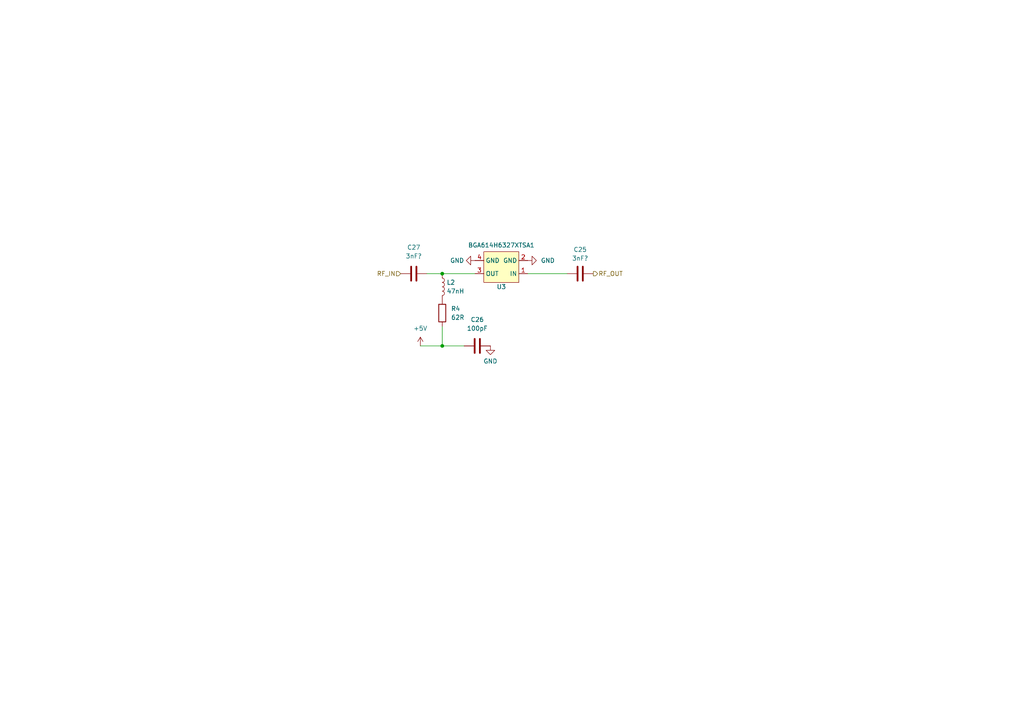
<source format=kicad_sch>
(kicad_sch (version 20230121) (generator eeschema)
  (paper "A4")
  (lib_symbols
    (symbol "BGA614H6327XTSA1:BGA614H6327XTSA1"
      (property "Reference" "U" (at 0 7.62 0))
      (property "Value" "BGA614H6327XTSA1" (at 0 5.08 0))
      (symbol "BGA614H6327XTSA1_1_1"
        (rectangle (start -5.08 3.81) (end 5.08 -5.08) (fill (type background)))
        (pin input line (at -7.62 1.27 0) (length 2.54) (name "IN") (number "1"))
        (pin power_in line (at -7.62 -2.54 0) (length 2.54) (name "GND") (number "2"))
        (pin output line (at 7.62 1.27 180) (length 2.54) (name "OUT") (number "3"))
        (pin power_in line (at 7.62 -2.54 180) (length 2.54) (name "GND") (number "4"))
      )
    )
    (symbol "Device:C" (pin_numbers hide) (pin_names (offset 0.254))
      (property "Reference" "C" (at 0.635 2.54 0))
      (property "Value" "C" (at 0.635 -2.54 0))
      (symbol "C_0_1"
        (polyline (pts (xy -2.032 -0.762) (xy 2.032 -0.762)) (stroke (width 0.508)))
        (polyline (pts (xy -2.032 0.762) (xy 2.032 0.762)) (stroke (width 0.508)))
      )
      (symbol "C_1_1"
        (pin passive line (at 0 3.81 270) (length 2.794) (name "~") (number "1"))
        (pin passive line (at 0 -3.81 90) (length 2.794) (name "~") (number "2"))
      )
    )
    (symbol "Device:L" (pin_numbers hide) (pin_names (offset 1.016) hide)
      (property "Reference" "L" (at -1.27 0 90))
      (property "Value" "L" (at 1.905 0 90))
      (symbol "L_0_1"
        (arc (start 0 -2.54) (mid 0.6323 -1.905) (end 0 -1.27))
        (arc (start 0 -1.27) (mid 0.6323 -0.635) (end 0 0))
        (arc (start 0 0) (mid 0.6323 0.635) (end 0 1.27))
        (arc (start 0 1.27) (mid 0.6323 1.905) (end 0 2.54))
      )
      (symbol "L_1_1"
        (pin passive line (at 0 3.81 270) (length 1.27) (name "1") (number "1"))
        (pin passive line (at 0 -3.81 90) (length 1.27) (name "2") (number "2"))
      )
    )
    (symbol "Device:R" (pin_numbers hide) (pin_names (offset 0))
      (property "Reference" "R" (at 2.032 0 90))
      (property "Value" "R" (at 0 0 90))
      (symbol "R_0_1"
        (rectangle (start -1.016 -2.54) (end 1.016 2.54) (stroke (width 0.254)))
      )
      (symbol "R_1_1"
        (pin passive line (at 0 3.81 270) (length 1.27) (name "~") (number "1"))
        (pin passive line (at 0 -3.81 90) (length 1.27) (name "~") (number "2"))
      )
    )
    (symbol "power:+5V" (power) (pin_names (offset 0))
      (property "Value" "+5V" (at 0 3.556 0))
      (symbol "+5V_0_1"
        (polyline (pts (xy -0.762 1.27) (xy 0 2.54)))
        (polyline (pts (xy 0 0) (xy 0 2.54)))
        (polyline (pts (xy 0 2.54) (xy 0.762 1.27)))
      )
      (symbol "+5V_1_1"
        (pin power_in line (at 0 0 90) (length 0) hide (name "+5V") (number "1"))
      )
    )
    (symbol "power:GND" (power) (pin_names (offset 0))
      (property "Value" "GND" (at 0 -3.81 0))
      (symbol "GND_0_1"
        (polyline (pts (xy 0 0) (xy 0 -1.27) (xy 1.27 -1.27) (xy 0 -2.54) (xy -1.27 -1.27) (xy 0 -1.27)))
      )
      (symbol "GND_1_1"
        (pin power_in line (at 0 0 270) (length 0) hide (name "GND") (number "1"))
      )
    )
  )
  (junction (at 128.27 79.375))
  (junction (at 128.27 100.33))
  (wire (pts (xy 128.27 94.615) (xy 128.27 100.33)))
  (wire (pts (xy 123.825 79.375) (xy 128.27 79.375)))
  (wire (pts (xy 128.27 100.33) (xy 134.62 100.33)))
  (wire (pts (xy 153.035 79.375) (xy 164.465 79.375)))
  (wire (pts (xy 128.27 79.375) (xy 137.795 79.375)))
  (wire (pts (xy 121.92 100.33) (xy 128.27 100.33)))
  (hierarchical_label "RF_IN" (shape input) (at 116.205 79.375 180))
  (hierarchical_label "RF_OUT" (shape output) (at 172.085 79.375 0))
  (symbol (lib_id "power:GND") (at 153.035 75.565 90) (unit 1)
    (property "Reference" "#PWR06" (effects hide))
    (property "Value" "GND" (at 156.845 75.565 90) (effects (justify right)))
    (instances (project "analog_frontend" (path "" (reference "#PWR06") (unit 1)) (path "" (reference "#PWR010") (unit 1)) (path "" (reference "#PWR066") (unit 1)) (path "" (reference "#PWR074") (unit 1)) (path "" (reference "#PWR054") (unit 1))))
  )
  (symbol (lib_id "Device:L") (at 128.27 83.185 0) (unit 1)
    (property "Reference" "L2" (at 129.54 81.915 0) (effects (justify left)))
    (property "Value" "47nH" (at 129.54 84.455 0) (effects (justify left)))
    (instances (project "analog_frontend" (path "" (reference "L2") (unit 1)) (path "" (reference "L3") (unit 1)) (path "" (reference "L4") (unit 1)) (path "" (reference "L3") (unit 1))))
  )
  (symbol (lib_id "BGA614H6327XTSA1:BGA614H6327XTSA1") (at 145.415 78.105 180) (unit 1)
    (property "Reference" "U3" (at 145.415 83.185 0))
    (property "Value" "BGA614H6327XTSA1" (at 145.415 71.12 0))
    (instances (project "analog_frontend" (path "" (reference "U3") (unit 1)) (path "" (reference "U5") (unit 1)) (path "" (reference "U8") (unit 1)) (path "" (reference "U10") (unit 1)) (path "" (reference "U8") (unit 1))))
  )
  (symbol (lib_id "Device:R") (at 128.27 90.805 0) (unit 1)
    (property "Reference" "R4" (at 130.81 89.535 0) (effects (justify left)))
    (property "Value" "62R" (at 130.81 92.075 0) (effects (justify left)))
    (instances (project "analog_frontend" (path "" (reference "R4") (unit 1)) (path "" (reference "R7") (unit 1)) (path "" (reference "R8") (unit 1)) (path "" (reference "R7") (unit 1))))
  )
  (symbol (lib_id "power:GND") (at 142.24 100.33 0) (unit 1)
    (property "Reference" "#PWR011" (effects hide))
    (property "Value" "GND" (at 142.24 104.775 0))
    (instances (project "analog_frontend" (path "" (reference "#PWR011") (unit 1)) (path "" (reference "#PWR043") (unit 1)) (path "" (reference "#PWR065") (unit 1)) (path "" (reference "#PWR073") (unit 1)) (path "" (reference "#PWR050") (unit 1))))
  )
  (symbol (lib_id "Device:C") (at 120.015 79.375 90) (unit 1)
    (property "Reference" "C27" (at 120.015 71.755 90))
    (property "Value" "3nF?" (at 120.015 74.295 90))
    (instances (project "analog_frontend" (path "" (reference "C27") (unit 1)) (path "" (reference "C30") (unit 1)) (path "" (reference "C41") (unit 1)) (path "" (reference "C29") (unit 1))))
  )
  (symbol (lib_id "Device:C") (at 168.275 79.375 90) (unit 1)
    (property "Reference" "C25" (at 168.275 72.39 90))
    (property "Value" "3nF?" (at 168.275 74.93 90))
    (instances (project "analog_frontend" (path "" (reference "C25") (unit 1)) (path "" (reference "C40") (unit 1)) (path "" (reference "C43") (unit 1)) (path "" (reference "C34") (unit 1))))
  )
  (symbol (lib_id "Device:C") (at 138.43 100.33 90) (unit 1)
    (property "Reference" "C26" (at 138.43 92.71 90))
    (property "Value" "100pF" (at 138.43 95.25 90))
    (instances (project "analog_frontend" (path "" (reference "C26") (unit 1)) (path "" (reference "C35") (unit 1)) (path "" (reference "C42") (unit 1)) (path "" (reference "C30") (unit 1))))
  )
  (symbol (lib_id "power:GND") (at 137.795 75.565 270) (unit 1)
    (property "Reference" "#PWR06" (effects hide))
    (property "Value" "GND" (at 134.62 75.565 90) (effects (justify right)))
    (instances (project "analog_frontend" (path "" (reference "#PWR06") (unit 1)) (path "" (reference "#PWR042") (unit 1)) (path "" (reference "#PWR057") (unit 1)) (path "" (reference "#PWR072") (unit 1)) (path "" (reference "#PWR046") (unit 1))))
  )
  (symbol (lib_id "power:+5V") (at 121.92 100.33 0) (unit 1)
    (property "Reference" "#PWR028" (effects hide))
    (property "Value" "+5V" (at 121.92 95.25 0))
    (instances (project "analog_frontend" (path "" (reference "#PWR028") (unit 1)) (path "" (reference "#PWR041") (unit 1)) (path "" (reference "#PWR050") (unit 1)) (path "" (reference "#PWR071") (unit 1)) (path "" (reference "#PWR045") (unit 1))))
  )
)
</source>
